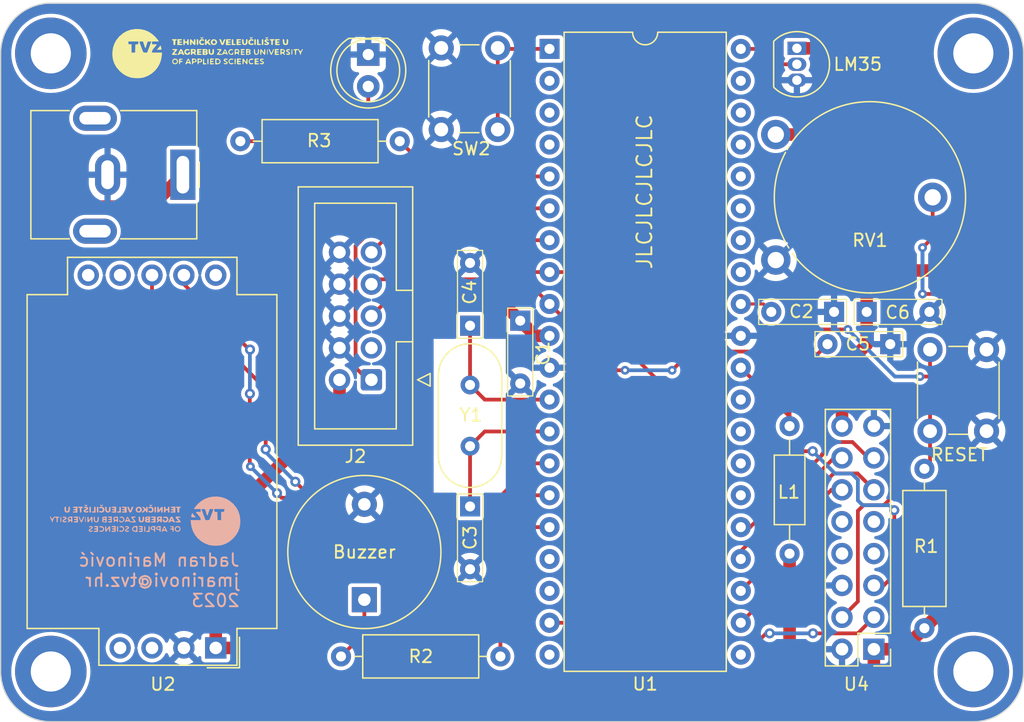
<source format=kicad_pcb>
(kicad_pcb (version 20221018) (generator pcbnew)
  (layers (0 "F.Cu" signal) (31 "B.Cu" power) (34 "B.Paste" user) (35 "F.Paste" user) (36 "B.SilkS" user "B.Silkscreen") (37 "F.SilkS" user "F.Silkscreen") (38 "B.Mask" user) (39 "F.Mask" user) (44 "Edge.Cuts" user))
  (net 0 "")
  (net 1 "Net-(BZ1--)")
  (net 2 "Earth")
  (net 3 "+5V")
  (net 4 "Net-(U1-AREF)")
  (net 5 "Net-(U1-XTAL1)")
  (net 6 "Net-(U1-XTAL2)")
  (net 7 "Net-(U1-AVCC)")
  (net 8 "Net-(D1-A)")
  (net 9 "/PB5")
  (net 11 "/RESET")
  (net 12 "/PB7")
  (net 13 "/PB6")
  (net 14 "Net-(U1-PD2)")
  (net 15 "Net-(U1-PB4)")
  (net 16 "Net-(U4-VO)")
  (net 17 "Net-(U1-PB0)")
  (net 19 "/PWM")
  (net 21 "/PD0 rx")
  (net 22 "/PD1 tx")
  (net 24 "/PD5")
  (net 27 "/PC0")
  (net 28 "/PC1")
  (net 29 "/PC2")
  (net 30 "/PC3")
  (net 42 "/PA0")
  (footprint "Library:CP_Radial_Tantal_D5.0mm_P5.00mmJM" (layer "F.Cu") (at 143.9 104.1 -90)
    (fp_text reference "C3" (at 2.49 0 -90) (layer "F.SilkS"))
    (fp_text value "100nF")
    (pad "1" thru_hole rect (at 0 0 270) (size 1.6 1.6) (drill 0.8) (layers "*.Cu" "*.Mask") (net 5 "Net-(U1-XTAL1)"))
    (pad "2" thru_hole circle (at 5 0 270) (size 1.6 1.6) (drill 0.8) (layers "*.Cu" "*.Mask") (net 2 "Earth"))
  )
  (footprint "LED_THT:LED_D5.0mm_Clear" (layer "F.Cu") (at 135.79 68.095 -90)
    (fp_text reference "D1" hide)
    (fp_text value "LED")
    (pad "1" thru_hole rect (at 0 0 270) (size 1.8 1.8) (drill 0.9) (layers "*.Cu" "*.Mask") (net 2 "Earth"))
    (pad "2" thru_hole circle (at 2.54 0 270) (size 1.8 1.8) (drill 0.9) (layers "*.Cu" "*.Mask") (net 8 "Net-(D1-A)"))
  )
  (footprint "Crystal:Crystal_HC49-4H_Vertical" (layer "F.Cu") (at 143.9 94.42 -90)
    (fp_text reference "Y1" (at 2.39 -0.07 -180) (layer "F.SilkS"))
    (fp_text value "8Mhz" hide)
    (pad "1" thru_hole circle (at 0 0 270) (size 1.5 1.5) (drill 0.8) (layers "*.Cu" "*.Mask") (net 6 "Net-(U1-XTAL2)"))
    (pad "2" thru_hole circle (at 4.88 0 270) (size 1.5 1.5) (drill 0.8) (layers "*.Cu" "*.Mask") (net 5 "Net-(U1-XTAL1)"))
  )
  (footprint "Sensor:Senseair_S8_Down" (layer "F.Cu") (at 123.64 115.3725 90)
    (fp_text reference "U2" (at -2.8875 -4.21 180) (layer "F.SilkS"))
    (fp_text value "004-0-0053")
    (pad "1" thru_hole rect (at 0 0 90) (size 1.7 1.7) (drill 1) (layers "*.Cu" "*.Mask") (net 3 "+5V"))
    (pad "2" thru_hole circle (at 0 -2.54 90) (size 1.7 1.7) (drill 1) (layers "*.Cu" "*.Mask") (net 2 "Earth"))
    (pad "3" thru_hole circle (at 0 -5.08 90) (size 1.7 1.7) (drill 1) (layers "*.Cu" "*.Mask"))
    (pad "4" thru_hole circle (at 0 -7.62 90) (size 1.7 1.7) (drill 1) (layers "*.Cu" "*.Mask") (net 19 "/PWM"))
    (pad "5" thru_hole circle (at 29.7 -10.16 90) (size 1.7 1.7) (drill 1) (layers "*.Cu" "*.Mask"))
    (pad "6" thru_hole circle (at 29.7 -7.62 90) (size 1.7 1.7) (drill 1) (layers "*.Cu" "*.Mask"))
    (pad "7" thru_hole circle (at 29.7 -5.08 90) (size 1.7 1.7) (drill 1) (layers "*.Cu" "*.Mask") (net 21 "/PD0 rx"))
    (pad "8" thru_hole circle (at 29.7 -2.54 90) (size 1.7 1.7) (drill 1) (layers "*.Cu" "*.Mask") (net 22 "/PD1 tx"))
    (pad "9" thru_hole circle (at 29.7 0 90) (size 1.7 1.7) (drill 1) (layers "*.Cu" "*.Mask"))
  )
  (footprint "Library:CP_Radial_Tantal_D5.0mm_P5.00mmJM" (layer "F.Cu") (at 175.5 88.6)
    (fp_text reference "C6" (at 2.47 0.04) (layer "F.SilkS"))
    (fp_text value "100nF")
    (pad "1" thru_hole rect (at 0 0) (size 1.6 1.6) (drill 0.8) (layers "*.Cu" "*.Mask") (net 3 "+5V"))
    (pad "2" thru_hole circle (at 5 0) (size 1.6 1.6) (drill 0.8) (layers "*.Cu" "*.Mask") (net 2 "Earth"))
  )
  (footprint "Package_TO_SOT_THT:TO-92_Inline" (layer "F.Cu") (at 169.94 67.6 -90)
    (fp_text reference "U3" hide)
    (fp_text value "LM35-LP")
    (fp_text user "LM35" (at 1.27 -4.85 180) (layer "F.SilkS"))
    (pad "1" thru_hole rect (at 0 0 270) (size 1.05 1.5) (drill 0.75) (layers "*.Cu" "*.Mask") (net 3 "+5V"))
    (pad "2" thru_hole oval (at 1.27 0 270) (size 1.05 1.5) (drill 0.75) (layers "*.Cu" "*.Mask") (net 42 "/PA0"))
    (pad "3" thru_hole oval (at 2.54 0 270) (size 1.05 1.5) (drill 0.75) (layers "*.Cu" "*.Mask") (net 2 "Earth"))
  )
  (footprint "Resistor_THT:R_Axial_DIN0309_L9.0mm_D3.2mm_P12.70mm_Horizontal" (layer "F.Cu") (at 180.1 113.8 90)
    (fp_text reference "R1" (at 6.52 0.14 180) (layer "F.SilkS"))
    (fp_text value "100k")
    (pad "1" thru_hole circle (at 0 0 90) (size 1.6 1.6) (drill 0.8) (layers "*.Cu" "*.Mask") (net 3 "+5V"))
    (pad "2" thru_hole oval (at 12.7 0 90) (size 1.6 1.6) (drill 0.8) (layers "*.Cu" "*.Mask") (net 11 "/RESET"))
  )
  (footprint "MountingHole:MountingHole_3.2mm_M3_ISO7380_Pad_TopBottom" (layer "F.Cu") (at 184 117.25)
    (fp_text reference "H3" hide)
    (fp_text value "MountingHole" hide)
    (pad "1" thru_hole circle (at 0 0) (size 3.6 3.6) (drill 3.2) (layers "*.Cu" "*.Mask"))
    (pad "1" connect circle (at 0 0) (size 5.7 5.7) (layers "F.Cu" "F.Mask"))
    (pad "1" connect circle (at 0 0) (size 5.7 5.7) (layers "B.Cu" "B.Mask"))
  )
  (footprint "MountingHole:MountingHole_3.2mm_M3_ISO7380_Pad_TopBottom" (layer "F.Cu") (at 110.5 68)
    (fp_text reference "H2" hide)
    (fp_text value "MountingHole" hide)
    (pad "1" thru_hole circle (at 0 0) (size 3.6 3.6) (drill 3.2) (layers "*.Cu" "*.Mask"))
    (pad "1" connect circle (at 0 0) (size 5.7 5.7) (layers "F.Cu" "F.Mask"))
    (pad "1" connect circle (at 0 0) (size 5.7 5.7) (layers "B.Cu" "B.Mask"))
  )
  (footprint "Buzzer_Beeper:Buzzer_12x9.5RM7.6" (layer "F.Cu") (at 135.48 111.53 90)
    (fp_text reference "BZ1" hide)
    (fp_text value "Buzzer")
    (fp_text user "Buzzer" (at 3.8 0) (layer "F.SilkS"))
    (pad "1" thru_hole rect (at 0 0 90) (size 2 2) (drill 1) (layers "*.Cu" "*.Mask") (net 1 "Net-(BZ1--)"))
    (pad "2" thru_hole circle (at 7.6 0 90) (size 2 2) (drill 1) (layers "*.Cu" "*.Mask") (net 2 "Earth"))
  )
  (footprint "Library:PinHeader_2x08_P2.54mm_Verticaljm" (layer "F.Cu") (at 176.075 115.475 180)
    (fp_text reference "U4" (at 1.395 -2.785) (layer "F.SilkS"))
    (fp_text value "LCD-016N002L")
    (pad "1" thru_hole oval (at 2.54 0 180) (size 1.7 1.7) (drill 1) (layers "*.Cu" "*.Mask") (net 2 "Earth"))
    (pad "2" thru_hole rect (at 0 0 180) (size 1.7 1.7) (drill 1) (layers "*.Cu" "*.Mask") (net 3 "+5V"))
    (pad "3" thru_hole oval (at 2.54 2.54 180) (size 1.7 1.7) (drill 1) (layers "*.Cu" "*.Mask") (net 16 "Net-(U4-VO)"))
    (pad "4" thru_hole oval (at 0 2.54 180) (size 1.7 1.7) (drill 1) (layers "*.Cu" "*.Mask") (net 24 "/PD5"))
    (pad "5" thru_hole oval (at 2.54 5.08 180) (size 1.7 1.7) (drill 1) (layers "*.Cu" "*.Mask") (net 2 "Earth"))
    (pad "6" thru_hole oval (at 0 5.08 180) (size 1.7 1.7) (drill 1) (layers "*.Cu" "*.Mask") (net 12 "/PB7"))
    (pad "7" thru_hole oval (at 2.54 7.62 180) (size 1.7 1.7) (drill 1) (layers "*.Cu" "*.Mask"))
    (pad "8" thru_hole oval (at 0 7.62 180) (size 1.7 1.7) (drill 1) (layers "*.Cu" "*.Mask"))
    (pad "9" thru_hole oval (at 2.54 10.16 180) (size 1.7 1.7) (drill 1) (layers "*.Cu" "*.Mask"))
    (pad "10" thru_hole oval (at 0 10.16 180) (size 1.7 1.7) (drill 1) (layers "*.Cu" "*.Mask"))
    (pad "11" thru_hole oval (at 2.54 12.7 180) (size 1.7 1.7) (drill 1) (layers "*.Cu" "*.Mask") (net 27 "/PC0"))
    (pad "12" thru_hole oval (at 0 12.7 180) (size 1.7 1.7) (drill 1) (layers "*.Cu" "*.Mask") (net 28 "/PC1"))
    (pad "13" thru_hole oval (at 2.54 15.24 180) (size 1.7 1.7) (drill 1) (layers "*.Cu" "*.Mask") (net 29 "/PC2"))
    (pad "14" thru_hole oval (at 0 15.24 180) (size 1.7 1.7) (drill 1) (layers "*.Cu" "*.Mask") (net 30 "/PC3"))
    (pad "15" thru_hole oval (at 2.54 17.78 180) (size 1.7 1.7) (drill 1) (layers "*.Cu" "*.Mask") (net 3 "+5V"))
    (pad "16" thru_hole oval (at 0 17.78 180) (size 1.7 1.7) (drill 1) (layers "*.Cu" "*.Mask") (net 2 "Earth"))
  )
  (footprint "Potentiometer_THT:Potentiometer_Piher_PT-15-V02_Vertical" (layer "F.Cu") (at 168.26 84.47)
    (fp_text reference "RV1" (at 7.5 -1.57) (layer "F.SilkS"))
    (fp_text value "10k")
    (pad "1" thru_hole circle (at 0 0) (size 2.34 2.34) (drill 1.3) (layers "*.Cu" "*.Mask") (net 2 "Earth"))
    (pad "2" thru_hole circle (at 12.5 -5) (size 2.34 2.34) (drill 1.3) (layers "*.Cu" "*.Mask") (net 16 "Net-(U4-VO)"))
    (pad "3" thru_hole circle (at 0 -10) (size 2.34 2.34) (drill 1.3) (layers "*.Cu" "*.Mask") (net 3 "+5V"))
  )
  (footprint "Library:CP_Radial_Tantal_D5.0mm_P5.00mmJM" (layer "F.Cu") (at 177.38 91.17 180)
    (fp_text reference "C5" (at 2.59 0.01 180) (layer "F.SilkS"))
    (fp_text value "100nF")
    (pad "1" thru_hole rect (at 0 0 180) (size 1.6 1.6) (drill 0.8) (layers "*.Cu" "*.Mask") (net 2 "Earth"))
    (pad "2" thru_hole circle (at 5 0 180) (size 1.6 1.6) (drill 0.8) (layers "*.Cu" "*.Mask") (net 7 "Net-(U1-AVCC)"))
  )
  (footprint "Library:tvz logo" (layer "F.Cu") (at 123 68)
    (fp_text reference "G***" hide)
    (fp_text value "LOGO" hide)
  )
  (footprint "MountingHole:MountingHole_3.2mm_M3_ISO7380_Pad_TopBottom" (layer "F.Cu") (at 184 68)
    (fp_text reference "H1" hide)
    (fp_text value "MountingHole" hide)
    (pad "1" thru_hole circle (at 0 0) (size 3.6 3.6) (drill 3.2) (layers "*.Cu" "*.Mask"))
    (pad "1" connect circle (at 0 0) (size 5.7 5.7) (layers "F.Cu" "F.Mask"))
    (pad "1" connect circle (at 0 0) (size 5.7 5.7) (layers "B.Cu" "B.Mask"))
  )
  (footprint "MountingHole:MountingHole_3.2mm_M3_ISO7380_Pad_TopBottom" (layer "F.Cu") (at 110.5 117.25)
    (fp_text reference "H4" hide)
    (fp_text value "MountingHole" hide)
    (pad "1" thru_hole circle (at 0 0) (size 3.6 3.6) (drill 3.2) (layers "*.Cu" "*.Mask"))
    (pad "1" connect circle (at 0 0) (size 5.7 5.7) (layers "F.Cu" "F.Mask"))
    (pad "1" connect circle (at 0 0) (size 5.7 5.7) (layers "B.Cu" "B.Mask"))
  )
  (footprint "Library:CP_Radial_Tantal_D5.0mm_P5.00mmJM" (layer "F.Cu") (at 147.9 89.3 -90)
    (fp_text reference "C1" (at 2.6 -1.8 -90) (layer "F.SilkS"))
    (fp_text value "100nF")
    (pad "1" thru_hole rect (at 0 0 270) (size 1.6 1.6) (drill 0.8) (layers "*.Cu" "*.Mask") (net 3 "+5V"))
    (pad "2" thru_hole circle (at 5 0 270) (size 1.6 1.6) (drill 0.8) (layers "*.Cu" "*.Mask") (net 2 "Earth"))
  )
  (footprint "Library:BarrelJack_CUI_PJ-063AH_HorizontalJM" (layer "F.Cu") (at 121.02 77.67 -90)
    (fp_text reference "J3" hide)
    (fp_text value "Barrel_Jack")
    (pad "1" thru_hole rect (at 0 0 270) (size 4 2) (drill oval 3 1) (layers "*.Cu" "*.Mask") (net 3 "+5V"))
    (pad "2" thru_hole oval (at 0 6 270) (size 3.3 2) (drill oval 2.3 1) (layers "*.Cu" "*.Mask") (net 2 "Earth"))
    (pad "MP" thru_hole oval (at -4.5 7 270) (size 2 3.5) (drill oval 1 2.5) (layers "*.Cu" "*.Mask"))
    (pad "MP" thru_hole oval (at 4.5 7 270) (size 2 3.5) (drill oval 1 2.5) (layers "*.Cu" "*.Mask"))
  )
  (footprint "Library:CP_Radial_Tantal_D5.0mm_P5.00mmJM" (layer "F.Cu") (at 143.9 89.7 90)
    (fp_text reference "C4" (at 2.66 -0.03 90) (layer "F.SilkS"))
    (fp_text value "100nF")
    (pad "1" thru_hole rect (at 0 0 90) (size 1.6 1.6) (drill 0.8) (layers "*.Cu" "*.Mask") (net 6 "Net-(U1-XTAL2)"))
    (pad "2" thru_hole circle (at 5 0 90) (size 1.6 1.6) (drill 0.8) (layers "*.Cu" "*.Mask") (net 2 "Earth"))
  )
  (footprint "Resistor_THT:R_Axial_DIN0309_L9.0mm_D3.2mm_P12.70mm_Horizontal" (layer "F.Cu") (at 125.6 75)
    (fp_text reference "R3" (at 6.28 -0.04 180) (layer "F.SilkS"))
    (fp_text value "330")
    (pad "1" thru_hole circle (at 0 0) (size 1.6 1.6) (drill 0.8) (layers "*.Cu" "*.Mask") (net 8 "Net-(D1-A)"))
    (pad "2" thru_hole oval (at 12.7 0) (size 1.6 1.6) (drill 0.8) (layers "*.Cu" "*.Mask") (net 15 "Net-(U1-PB4)"))
  )
  (footprint "Button_Switch_THT:SW_PUSH_6mm_H7.3mm" (layer "F.Cu") (at 185.05 91.6 -90)
    (fp_text reference "SW1" hide)
    (fp_text value "SW_Push_Dual" hide)
    (fp_text user "RESET" (at 8.38 2.16 unlocked) (layer "F.SilkS"))
    (pad "1" thru_hole circle (at 0 0) (size 2 2) (drill 1.1) (layers "*.Cu" "*.Mask") (net 2 "Earth"))
    (pad "1" thru_hole circle (at 6.5 0) (size 2 2) (drill 1.1) (layers "*.Cu" "*.Mask") (net 2 "Earth"))
    (pad "2" thru_hole circle (at 0 4.5) (size 2 2) (drill 1.1) (layers "*.Cu" "*.Mask") (net 11 "/RESET"))
    (pad "2" thru_hole circle (at 6.5 4.5) (size 2 2) (drill 1.1) (layers "*.Cu" "*.Mask") (net 11 "/RESET"))
  )
  (footprint "Library:CP_Radial_Tantal_D5.0mm_P5.00mmJM" (layer "F.Cu") (at 172.9 88.6 180)
    (fp_text reference "C2" (at 2.6 0.03 180) (layer "F.SilkS"))
    (fp_text value "100nF")
    (pad "1" thru_hole rect (at 0 0 180) (size 1.6 1.6) (drill 0.8) (layers "*.Cu" "*.Mask") (net 2 "Earth"))
    (pad "2" thru_hole circle (at 5 0 180) (size 1.6 1.6) (drill 0.8) (layers "*.Cu" "*.Mask") (net 4 "Net-(U1-AREF)"))
  )
  (footprint "Inductor_THT:L_Axial_L5.3mm_D2.2mm_P10.16mm_Horizontal_Vishay_IM-1" (layer "F.Cu") (at 169.3575 107.86 90)
    (fp_text reference "L1" (at 4.9025 -0.0575 180) (layer "F.SilkS"))
    (fp_text value "100uH")
    (pad "1" thru_hole circle (at 0 0 90) (size 1.6 1.6) (drill 0.8) (layers "*.Cu" "*.Mask") (net 3 "+5V"))
    (pad "2" thru_hole oval (at 10.16 0 90) (size 1.6 1.6) (drill 0.8) (layers "*.Cu" "*.Mask") (net 7 "Net-(U1-AVCC)"))
  )
  (footprint "Package_DIP:DIP-40_W15.24mm" (layer "F.Cu") (at 150.2325 67.6475)
    (fp_text reference "U1" (at 7.62 50.6025) (layer "F.SilkS"))
    (fp_text value "ATmega16A-P")
    (pad "1" thru_hole rect (at 0 0) (size 1.6 1.6) (drill 0.8) (layers "*.Cu" "*.Mask") (net 17 "Net-(U1-PB0)"))
    (pad "2" thru_hole oval (at 0 2.54) (size 1.6 1.6) (drill 0.8) (layers "*.Cu" "*.Mask"))
    (pad "3" thru_hole oval (at 0 5.08) (size 1.6 1.6) (drill 0.8) (layers "*.Cu" "*.Mask") (net 19 "/PWM"))
    (pad "4" thru_hole oval (at 0 7.62) (size 1.6 1.6) (drill 0.8) (layers "*.Cu" "*.Mask"))
    (pad "5" thru_hole oval (at 0 10.16) (size 1.6 1.6) (drill 0.8) (layers "*.Cu" "*.Mask") (net 15 "Net-(U1-PB4)"))
    (pad "6" thru_hole oval (at 0 12.7) (size 1.6 1.6) (drill 0.8) (layers "*.Cu" "*.Mask") (net 9 "/PB5"))
    (pad "7" thru_hole oval (at 0 15.24) (size 1.6 1.6) (drill 0.8) (layers "*.Cu" "*.Mask") (net 13 "/PB6"))
    (pad "8" thru_hole oval (at 0 17.78) (size 1.6 1.6) (drill 0.8) (layers "*.Cu" "*.Mask") (net 12 "/PB7"))
    (pad "9" thru_hole oval (at 0 20.32) (size 1.6 1.6) (drill 0.8) (layers "*.Cu" "*.Mask") (net 11 "/RESET"))
    (pad "10" thru_hole oval (at 0 22.86) (size 1.6 1.6) (drill 0.8) (layers "*.Cu" "*.Mask") (net 3 "+5V"))
    (pad "11" thru_hole oval (at 0 25.4) (size 1.6 1.6) (drill 0.8) (layers "*.Cu" "*.Mask") (net 2 "Earth"))
    (pad "12" thru_hole oval (at 0 27.94) (size 1.6 1.6) (drill 0.8) (layers "*.Cu" "*.Mask") (net 6 "Net-(U1-XTAL2)"))
    (pad "13" thru_hole oval (at 0 30.48) (size 1.6 1.6) (drill 0.8) (layers "*.Cu" "*.Mask") (net 5 "Net-(U1-XTAL1)"))
    (pad "14" thru_hole oval (at 0 33.02) (size 1.6 1.6) (drill 0.8) (layers "*.Cu" "*.Mask") (net 21 "/PD0 rx"))
    (pad "15" thru_hole oval (at 0 35.56) (size 1.6 1.6) (drill 0.8) (layers "*.Cu" "*.Mask") (net 22 "/PD1 tx"))
    (pad "16" thru_hole oval (at 0 38.1) (size 1.6 1.6) (drill 0.8) (layers "*.Cu" "*.Mask") (net 14 "Net-(U1-PD2)"))
    (pad "17" thru_hole oval (at 0 40.64) (size 1.6 1.6) (drill 0.8) (layers "*.Cu" "*.Mask") (net 19 "/PWM"))
    (pad "18" thru_hole oval (at 0 43.18) (size 1.6 1.6) (drill 0.8) (layers "*.Cu" "*.Mask"))
    (pad "19" thru_hole oval (at 0 45.72) (size 1.6 1.6) (drill 0.8) (layers "*.Cu" "*.Mask") (net 24 "/PD5"))
    (pad "20" thru_hole oval (at 0 48.26) (size 1.6 1.6) (drill 0.8) (layers "*.Cu" "*.Mask"))
    (pad "21" thru_hole oval (at 15.24 48.26) (size 1.6 1.6) (drill 0.8) (layers "*.Cu" "*.Mask"))
    (pad "22" thru_hole oval (at 15.24 45.72) (size 1.6 1.6) (drill 0.8) (layers "*.Cu" "*.Mask") (net 27 "/PC0"))
    (pad "23" thru_hole oval (at 15.24 43.18) (size 1.6 1.6) (drill 0.8) (layers "*.Cu" "*.Mask") (net 28 "/PC1"))
    (pad "24" thru_hole oval (at 15.24 40.64) (size 1.6 1.6) (drill 0.8) (layers "*.Cu" "*.Mask") (net 29 "/PC2"))
    (pad "25" thru_hole oval (at 15.24 38.1) (size 1.6 1.6) (drill 0.8) (layers "*.Cu" "*.Mask") (net 30 "/PC3"))
    (pad "26" thru_hole oval (at 15.24 35.56) (size 1.6 1.6) (drill 0.8) (layers "*.Cu" "*.Mask"))
    (pad "27" thru_hole oval (at 15.24 33.02) (size 1.6 1.6) (drill 0.8) (layers "*.Cu" "*.Mask"))
    (pad "28" thru_hole oval (at 15.24 30.48) (size 1.6 1.6) (drill 0.8) (layers "*.Cu" "*.Mask"))
    (pad "29" thru_hole oval (at 15.24 27.94) (size 1.6 1.6) (drill 0.8) (layers "*.Cu" "*.Mask"))
    (pad "30" thru_hole oval (at 15.24 25.4) (size 1.6 1.6) (drill 0.8) (layers "*.Cu" "*.Mask") (net 7 "Net-(U1-AVCC)"))
    (pad "31" thru_hole oval (at 15.24 22.86) (size 1.6 1.6) (drill 0.8) (layers "*.Cu" "*.Mask") (net 2 "Earth"))
    (pad "32" thru_hole oval (at 15.24 20.32) (size 1.6 1.6) (drill 0.8) (layers "*.Cu" "*.Mask") (net 4 "Net-(U1-AREF)"))
    (pad "33" thru_hole oval (at 15.24 17.78) (size 1.6 1.6) (drill 0.8) (layers "*.Cu" "*.Mask"))
    (pad "34" thru_hole oval (at 15.24 15.24) (size 1.6 1.6) (drill 0.8) (layers "*.Cu" "*.Mask"))
    (pad "35" thru_hole oval (at 15.24 12.7) (size 1.6 1.6) (drill 0.8) (layers "*.Cu" "*.Mask"))
    (pad "36" thru_hole oval (at 15.24 10.16) (size 1.6 1.6) (drill 0.8) (layers "*.Cu" "*.Mask"))
    (pad "37" thru_hole oval (at 15.24 7.62) (size 1.6 1.6) (drill 0.8) (layers "*.Cu" "*.Mask"))
    (pad "38" thru_hole oval (at 15.24 5.08) (size 1.6 1.6) (drill 0.8) (layers "*.Cu" "*.Mask"))
    (pad "39" thru_hole oval (at 15.24 2.54) (size 1.6 1.6) (drill 0.8) (layers "*.Cu" "*.Mask"))
    (pad "40" thru_hole oval (at 15.24 0) (size 1.6 1.6) (drill 0.8) (layers "*.Cu" "*.Mask") (net 42 "/PA0"))
  )
  (footprint "Connector_IDC:IDC-Header_2x05_P2.54mm_Vertical" (layer "F.Cu") (at 136.04 94.01 180)
    (fp_text reference "J2" (at 1.27 -6.1) (layer "F.SilkS"))
    (fp_text value "AVR-ISP-10" hide)
    (pad "1" thru_hole roundrect (at 0 0 180) (size 1.7 1.7) (drill 1) (layers "*.Cu" "*.Mask") (roundrect_rratio 0.147059) (net 9 "/PB5"))
    (pad "2" thru_hole circle (at 2.54 0 180) (size 1.7 1.7) (drill 1) (layers "*.Cu" "*.Mask") (net 3 "+5V"))
    (pad "3" thru_hole circle (at 0 2.54 180) (size 1.7 1.7) (drill 1) (layers "*.Cu" "*.Mask"))
    (pad "4" thru_hole circle (at 2.54 2.54 180) (size 1.7 1.7) (drill 1) (layers "*.Cu" "*.Mask") (net 2 "Earth"))
    (pad "5" thru_hole circle (at 0 5.08 180) (size 1.7 1.7) (drill 1) (layers "*.Cu" "*.Mask") (net 11 "/RESET"))
    (pad "6" thru_hole circle (at 2.54 5.08 180) (size 1.7 1.7) (drill 1) (layers "*.Cu" "*.Mask") (net 2 "Earth"))
    (pad "7" thru_hole circle (at 0 7.62 180) (size 1.7 1.7) (drill 1) (layers "*.Cu" "*.Mask") (net 12 "/PB7"))
    (pad "8" thru_hole circle (at 2.54 7.62 180) (size 1.7 1.7) (drill 1) (layers "*.Cu" "*.Mask") (net 2 "Earth"))
    (pad "9" thru_hole circle (at 0 10.16 180) (size 1.7 1.7) (drill 1) (layers "*.Cu" "*.Mask") (net 13 "/PB6"))
    (pad "10" thru_hole circle (at 2.54 10.16 180) (size 1.7 1.7) (drill 1) (layers "*.Cu" "*.Mask") (net 2 "Earth"))
  )
  (footprint "Resistor_THT:R_Axial_DIN0309_L9.0mm_D3.2mm_P12.70mm_Horizontal" (layer "F.Cu") (at 133.62 116.05)
    (fp_text reference "R2" (at 6.36 0 180) (layer "F.SilkS"))
    (fp_text value "330")
    (pad "1" thru_hole circle (at 0 0) (size 1.6 1.6) (drill 0.8) (layers "*.Cu" "*.Mask") (net 1 "Net-(BZ1--)"))
    (pad "2" thru_hole oval (at 12.7 0) (size 1.6 1.6) (drill 0.8) (layers "*.Cu" "*.Mask") (net 14 "Net-(U1-PD2)"))
  )
  (footprint "Button_Switch_THT:SW_PUSH_6mm_H7.3mm" (layer "F.Cu") (at 146.1075 67.57 -90)
    (fp_text reference "SW2" (at 8.03 2.1075 180) (layer "F.SilkS"))
    (fp_text value "SW_Push_Dual")
    (pad "1" thru_hole circle (at 0 0) (size 2 2) (drill 1.1) (layers "*.Cu" "*.Mask") (net 17 "Net-(U1-PB0)"))
    (pad "1" thru_hole circle (at 6.5 0) (size 2 2) (drill 1.1) (layers "*.Cu" "*.Mask") (net 17 "Net-(U1-PB0)"))
    (pad "2" thru_hole circle (at 0 4.5) (size 2 2) (drill 1.1) (layers "*.Cu" "*.Mask") (net 2 "Earth"))
    (pad "2" thru_hole circle (at 6.5 4.5) (size 2 2) (drill 1.1) (layers "*.Cu" "*.Mask") (net 2 "Earth"))
  )
  (footprint "Library:tvz logo" (layer "B.Cu") (at 118 105.25 180)
    (fp_text reference "G***" hide)
    (fp_text value "LOGO" hide)
  )
  (gr_line (start 106.5 117.25) (end 106.5 68) (stroke (width 0.1)) (layer "Edge.Cuts"))
  (gr_arc (start 184 64) (mid 186.828427 65.171573) (end 188 68) (stroke (width 0.1)) (layer "Edge.Cuts"))
  (gr_arc (start 188 117.25) (mid 186.828427 120.078427) (end 184 121.25) (stroke (width 0.1)) (layer "Edge.Cuts"))
  (gr_arc (start 106.5 68) (mid 107.671573 65.171573) (end 110.5 64) (stroke (width 0.1)) (layer "Edge.Cuts"))
  (gr_arc (start 110.5 121.25) (mid 107.671573 120.078427) (end 106.5 117.25) (stroke (width 0.1)) (layer "Edge.Cuts"))
  (gr_line (start 110.5 64) (end 184 64) (stroke (width 0.1)) (layer "Edge.Cuts"))
  (gr_line (start 184 121.25) (end 110.5 121.25) (stroke (width 0.1)) (layer "Edge.Cuts"))
  (gr_line (start 188 117.25) (end 188 68) (stroke (width 0.1)) (layer "Edge.Cuts"))
  (gr_text "Jadran Marinovíć\njmarinovi@tvz.hr\n2023" (at 125.62 112.18) (layer "B.SilkS") (effects (font (size 1 1)) (justify left bottom mirror)))
  (gr_text "JLCJLCJLCJLC" (at 158.5 85.3 90) (layer "F.SilkS") (effects (font (size 1.2 1.2)) (justify left bottom)))
  (segment (start 135.48 111.53) (end 135.48 114.19) (width 0.3) (layer "F.Cu") (net 1))
  (segment (start 135.48 114.19) (end 133.62 116.05) (width 0.3) (layer "F.Cu") (net 1))
  (segment (start 175.41 74.47) (end 175.5 74.38) (width 1) (layer "F.Cu") (net 3))
  (segment (start 146.35 87.75) (end 147.9 89.3) (width 1) (layer "F.Cu") (net 3))
  (segment (start 175.5 85.3) (end 175.5 88.6) (width 1) (layer "F.Cu") (net 3))
  (segment (start 112.29 80.21) (end 110.85 81.65) (width 1) (layer "F.Cu") (net 3))
  (segment (start 178.425 115.475) (end 180.1 113.8) (width 1) (layer "F.Cu") (net 3))
  (segment (start 139 97.54) (end 139 90) (width 1) (layer "F.Cu") (net 3))
  (segment (start 150.2325 90.5075) (end 149.1075 90.5075) (width 1) (layer "F.Cu") (net 3))
  (segment (start 175.5 69.4) (end 175.5 74.38) (width 1) (layer "F.Cu") (net 3))
  (segment (start 133.5 96.04) (end 132 97.54) (width 1) (layer "F.Cu") (net 3))
  (segment (start 132 97.54) (end 139 97.54) (width 1) (layer "F.Cu") (net 3))
  (segment (start 110.85 81.65) (end 110.85 93.11) (width 1) (layer "F.Cu") (net 3))
  (segment (start 130.48 99.06) (end 132 97.54) (width 1) (layer "F.Cu") (net 3))
  (segment (start 176.075 115.475) (end 178.425 115.475) (width 1) (layer "F.Cu") (net 3))
  (segment (start 175.5 88.6) (end 175.5 91.2) (width 1) (layer "F.Cu") (net 3))
  (segment (start 118.48 80.21) (end 112.29 80.21) (width 1) (layer "F.Cu") (net 3))
  (segment (start 176.075 117.825) (end 176.075 115.475) (width 1) (layer "F.Cu") (net 3))
  (segment (start 181.72 85.3) (end 183.07 86.65) (width 1) (layer "F.Cu") (net 3))
  (segment (start 183.07 86.65) (end 183.07 110.83) (width 1) (layer "F.Cu") (net 3))
  (segment (start 173.7 67.6) (end 175.5 69.4) (width 1) (layer "F.Cu") (net 3))
  (segment (start 173.535 93.165) (end 173.535 97.695) (width 1) (layer "F.Cu") (net 3))
  (segment (start 169.4 118) (end 175.9 118) (width 1) (layer "F.Cu") (net 3))
  (segment (start 175.9 118) (end 176.075 117.825) (width 1) (layer "F.Cu") (net 3))
  (segment (start 130.7 118) (end 128.0725 115.3725) (width 1) (layer "F.Cu") (net 3))
  (segment (start 175.5 85.3) (end 181.72 85.3) (width 1) (layer "F.Cu") (net 3))
  (segment (start 123.64 115.3725) (end 123.64 105.9) (width 1) (layer "F.Cu") (net 3))
  (segment (start 121.02 77.67) (end 118.48 80.21) (width 1) (layer "F.Cu") (net 3))
  (segment (start 169.3575 107.86) (end 169.3575 117.9575) (width 1) (layer "F.Cu") (net 3))
  (segment (start 128.0725 115.3725) (end 123.64 115.3725) (width 1) (layer "F.Cu") (net 3))
  (segment (start 123.64 105.9) (end 130.48 99.06) (width 1) (layer "F.Cu") (net 3))
  (segment (start 149.1075 90.5075) (end 147.9 89.3) (width 1) (layer "F.Cu") (net 3))
  (segment (start 168.26 74.47) (end 175.41 74.47) (width 1) (layer "F.Cu") (net 3))
  (segment (start 139 90) (end 141.25 87.75) (width 1) (layer "F.Cu") (net 3))
  (segment (start 183.07 110.83) (end 182.89 111.01) (width 1) (layer "F.Cu") (net 3))
  (segment (start 169.94 67.6) (end 173.7 67.6) (width 1) (layer "F.Cu") (net 3))
  (segment (start 175.5 74.38) (end 175.5 85.3) (width 1) (layer "F.Cu") (net 3))
  (segment (start 169.4 118) (end 130.7 118) (width 1) (layer "F.Cu") (net 3))
  (segment (start 173.7 67.6) (end 175.4 69.3) (width 1) (layer "F.Cu") (net 3))
  (segment (start 169.3575 117.9575) (end 169.4 118) (width 1) (layer "F.Cu") (net 3))
  (segment (start 175.5 91.2) (end 173.535 93.165) (width 1) (layer "F.Cu") (net 3))
  (segment (start 110.85 93.11) (end 123.64 105.9) (width 1) (layer "F.Cu") (net 3))
  (segment (start 141.25 87.75) (end 146.35 87.75) (width 1) (layer "F.Cu") (net 3))
  (segment (start 180.1 113.8) (end 182.89 111.01) (width 1) (layer "F.Cu") (net 3))
  (segment (start 133.5 94.01) (end 133.5 96.04) (width 1) (layer "F.Cu") (net 3))
  (segment (start 147.9 89.62) (end 147.9 89.3) (width 1) (layer "F.Cu") (net 3))
  (segment (start 167.2675 87.9675) (end 167.9 88.6) (width 0.25) (layer "F.Cu") (net 4))
  (segment (start 165.4725 87.9675) (end 167.2675 87.9675) (width 0.25) (layer "F.Cu") (net 4))
  (segment (start 145.0725 98.1275) (end 143.9 99.3) (width 0.3) (layer "F.Cu") (net 5))
  (segment (start 150.2325 98.1275) (end 145.0725 98.1275) (width 0.3) (layer "F.Cu") (net 5))
  (segment (start 143.9 99.3) (end 143.9 104.1) (width 0.3) (layer "F.Cu") (net 5))
  (segment (start 150.2325 95.5875) (end 145.0675 95.5875) (width 0.3) (layer "F.Cu") (net 6))
  (segment (start 143.91 89.69) (end 143.9 89.7) (width 0.3) (layer "F.Cu") (net 6))
  (segment (start 143.9 89.7) (end 143.9 94.42) (width 0.3) (layer "F.Cu") (net 6))
  (segment (start 145.0675 95.5875) (end 143.9 94.42) (width 0.3) (layer "F.Cu") (net 6))
  (segment (start 169.3575 97.7) (end 169.3575 94.1925) (width 0.3) (layer "F.Cu") (net 7))
  (segment (start 169.3575 94.1925) (end 172.38 91.17) (width 0.3) (layer "F.Cu") (net 7))
  (segment (start 165.4725 93.0475) (end 169.3575 96.9325) (width 0.3) (layer "F.Cu") (net 7))
  (segment (start 169.3575 96.9325) (end 169.3575 97.7) (width 0.3) (layer "F.Cu") (net 7))
  (segment (start 135.79 72.27) (end 135.79 70.635) (width 0.3) (layer "F.Cu") (net 8))
  (segment (start 125.6 75) (end 133.06 75) (width 0.3) (layer "F.Cu") (net 8))
  (segment (start 133.06 75) (end 135.79 72.27) (width 0.3) (layer "F.Cu") (net 8))
  (segment (start 136.04 94.01) (end 135.75 94.01) (width 0.3) (layer "F.Cu") (net 9))
  (segment (start 137.7825 80.3475) (end 150.2325 80.3475) (width 0.3) (layer "F.Cu") (net 9))
  (segment (start 134.78 83.35) (end 137.7825 80.3475) (width 0.3) (layer "F.Cu") (net 9))
  (segment (start 134.78 93.04) (end 134.78 83.35) (width 0.3) (layer "F.Cu") (net 9))
  (segment (start 135.75 94.01) (end 134.78 93.04) (width 0.3) (layer "F.Cu") (net 9))
  (segment (start 155.515 93.25) (end 156.25 93.25) (width 0.3) (layer "F.Cu") (net 11))
  (segment (start 180.55 91.6) (end 180.55 93.75) (width 0.3) (layer "F.Cu") (net 11))
  (segment (start 170 90) (end 174 90) (width 0.3) (layer "F.Cu") (net 11))
  (segment (start 180.55 93.75) (end 180.55 98.1) (width 0.3) (layer "F.Cu") (net 11))
  (segment (start 161.49 91.76) (end 168.24 91.76) (width 0.3) (layer "F.Cu") (net 11))
  (segment (start 180.55 93.75) (end 179.75 93.75) (width 0.3) (layer "F.Cu") (net 11))
  (segment (start 136.04 88.93) (end 138.22 86.75) (width 0.3) (layer "F.Cu") (net 11))
  (segment (start 180.55 100.65) (end 180.1 101.1) (width 0.3) (layer "F.Cu") (net 11))
  (segment (start 160 93.25) (end 161.49 91.76) (width 0.3) (layer "F.Cu") (net 11))
  (segment (start 138.22 86.75) (end 149.015 86.75) (width 0.3) (layer "F.Cu") (net 11))
  (segment (start 149.015 86.75) (end 150.2325 87.9675) (width 0.3) (layer "F.Cu") (net 11))
  (segment (start 168.24 91.76) (end 170 90) (width 0.3) (layer "F.Cu") (net 11))
  (segment (start 180.55 98.1) (end 180.55 100.65) (width 0.3) (layer "F.Cu") (net 11))
  (segment (start 150.2325 87.9675) (end 155.515 93.25) (width 0.3) (layer "F.Cu") (net 11))
  (via (at 179.75 93.75) (size 0.7) (drill 0.3) (layers "F.Cu" "B.Cu") (net 11))
  (via (at 174 90) (size 0.7) (drill 0.3) (layers "F.Cu" "B.Cu") (net 11))
  (via (at 160 93.25) (size 0.7) (drill 0.3) (layers "F.Cu" "B.Cu") (net 11))
  (via (at 156.25 93.25) (size 0.7) (drill 0.3) (layers "F.Cu" "B.Cu") (net 11))
  (segment (start 179.75 93.75) (end 177.75 93.75) (width 0.3) (layer "B.Cu") (net 11))
  (segment (start 177.75 93.75) (end 174 90) (width 0.3) (layer "B.Cu") (net 11))
  (segment (start 156.25 93.25) (end 160 93.25) (width 0.3) (layer "B.Cu") (net 11))
  (segment (start 146.9 86) (end 147.4725 85.4275) (width 0.3) (layer "F.Cu") (net 12))
  (segment (start 153.5525 88.7475) (end 153.5525 87.5025) (width 0.3) (layer "F.Cu") (net 12))
  (segment (start 136.04 86.39) (end 136.43 86) (width 0.3) (layer "F.Cu") (net 12))
  (segment (start 161.645 96.84) (end 153.5525 88.7475) (width 0.3) (layer "F.Cu") (net 12))
  (segment (start 153.5525 87.5025) (end 151.4775 85.4275) (width 0.3) (layer "F.Cu") (net 12))
  (segment (start 147.4725 85.4275) (end 150.2325 85.4275) (width 0.3) (layer "F.Cu") (net 12))
  (segment (start 151.4775 85.4275) (end 150.2325 85.4275) (width 0.3) (layer "F.Cu") (net 12))
  (segment (start 166.64 96.84) (end 161.645 96.84) (width 0.3) (layer "F.Cu") (net 12))
  (segment (start 169.5 99.7) (end 166.64 96.84) (width 0.3) (layer "F.Cu") (net 12))
  (segment (start 176.855 110.395) (end 177.7 109.55) (width 0.3) (layer "F.Cu") (net 12))
  (segment (start 176.075 110.395) (end 176.855 110.395) (width 0.3) (layer "F.Cu") (net 12))
  (segment (start 171.2 99.7) (end 169.5 99.7) (width 0.3) (layer "F.Cu") (net 12))
  (segment (start 136.43 86) (end 146.9 86) (width 0.3) (layer "F.Cu") (net 12))
  (segment (start 177.7 109.55) (end 177.7 104.4) (width 0.3) (layer "F.Cu") (net 12))
  (via (at 177.7 104.4) (size 0.8) (drill 0.4) (layers "F.Cu" "B.Cu") (net 12))
  (via (at 171.2 99.7) (size 0.8) (drill 0.4) (layers "F.Cu" "B.Cu") (net 12))
  (segment (start 174.8 103.62) (end 174.8 101.97) (width 0.3) (layer "B.Cu") (net 12))
  (segment (start 174.8 101.97) (end 174.31 101.48) (width 0.3) (layer "B.Cu") (net 12))
  (segment (start 177.3 104) (end 175.18 104) (width 0.3) (layer "B.Cu") (net 12))
  (segment (start 177.7 104.4) (end 177.3 104) (width 0.3) (layer "B.Cu") (net 12))
  (segment (start 175.18 104) (end 174.8 103.62) (width 0.3) (layer "B.Cu") (net 12))
  (segment (start 174.31 101.48) (end 172.98 101.48) (width 0.3) (layer "B.Cu") (net 12))
  (segment (start 172.98 101.48) (end 171.2 99.7) (width 0.3) (layer "B.Cu") (net 12))
  (segment (start 150.2325 82.8875) (end 137.0025 82.8875) (width 0.3) (layer "F.Cu") (net 13))
  (segment (start 137.0025 82.8875) (end 136.04 83.85) (width 0.3) (layer "F.Cu") (net 13))
  (segment (start 148.7725 105.7475) (end 150.2325 105.7475) (width 0.3) (layer "F.Cu") (net 14))
  (segment (start 146.32 116.05) (end 146.32 108.2) (width 0.3) (layer "F.Cu") (net 14))
  (segment (start 146.32 108.2) (end 148.7725 105.7475) (width 0.3) (layer "F.Cu") (net 14))
  (segment (start 150.2325 77.8075) (end 141.1075 77.8075) (width 0.3) (layer "F.Cu") (net 15))
  (segment (start 141.1075 77.8075) (end 138.3 75) (width 0.3) (layer "F.Cu") (net 15))
  (segment (start 176.87 104) (end 177.47 103.4) (width 0.3) (layer "F.Cu") (net 16))
  (segment (start 175.25 104) (end 176.87 104) (width 0.3) (layer "F.Cu") (net 16))
  (segment (start 177.47 103.4) (end 180.97 103.4) (width 0.3) (layer "F.Cu") (net 16))
  (segment (start 181.75 100.28) (end 181.99 100.04) (width 0.3) (layer "F.Cu") (net 16))
  (segment (start 174.8 111.67) (end 174.8 104.45) (width 0.3) (layer "F.Cu") (net 16))
  (segment (start 179.95 83.48) (end 180.76 82.67) (width 0.3) (layer "F.Cu") (net 16))
  (segment (start 181.75 102.62) (end 181.75 100.28) (width 0.3) (layer "F.Cu") (net 16))
  (segment (start 181.07 87.17) (end 179.95 87.17) (width 0.3) (layer "F.Cu") (net 16))
  (segment (start 180.76 82.67) (end 180.76 79.47) (width 0.3) (layer "F.Cu") (net 16))
  (segment (start 173.535 112.935) (end 174.8 111.67) (width 0.3) (layer "F.Cu") (net 16))
  (segment (start 181.99 100.04) (end 181.99 88.09) (width 0.3) (layer "F.Cu") (net 16))
  (segment (start 181.99 88.09) (end 181.07 87.17) (width 0.3) (layer "F.Cu") (net 16))
  (segment (start 174.8 104.45) (end 175.25 104) (width 0.3) (layer "F.Cu") (net 16))
  (segment (start 180.97 103.4) (end 181.75 102.62) (width 0.3) (layer "F.Cu") (net 16))
  (via (at 179.95 83.48) (size 0.7) (drill 0.3) (layers "F.Cu" "B.Cu") (net 16))
  (via (at 179.95 87.17) (size 0.7) (drill 0.3) (layers "F.Cu" "B.Cu") (net 16))
  (segment (start 179.95 87.17) (end 179.95 86.55) (width 0.25) (layer "B.Cu") (net 16))
  (segment (start 179.95 83.48) (end 179.95 86.55) (width 0.3) (layer "B.Cu") (net 16))
  (segment (start 179.95 87.17) (end 179.95 83.48) (width 0.3) (layer "B.Cu") (net 16))
  (segment (start 179.97 87.19) (end 179.95 87.17) (width 0.3) (layer "B.Cu") (net 16))
  (segment (start 150.2325 67.6475) (end 146.185 67.6475) (width 0.3) (layer "F.Cu") (net 17))
  (segment (start 146.1075 67.57) (end 146.1075 74.07) (width 0.3) (layer "F.Cu") (net 17))
  (segment (start 146.185 67.6475) (end 146.1075 67.57) (width 0.3) (layer "F.Cu") (net 17))
  (segment (start 148.9425 100.6675) (end 146.365 103.245) (width 0.3) (layer "F.Cu") (net 21))
  (segment (start 146.365 103.245) (end 146.365 104.535) (width 0.3) (layer "F.Cu") (net 21))
  (segment (start 118.56 87.13) (end 119.1 87.67) (width 0.3) (layer "F.Cu") (net 21))
  (segment (start 150.2325 100.6675) (end 148.9425 100.6675) (width 0.3) (layer "F.Cu") (net 21))
  (segment (start 144.57 106.33) (end 134.18 106.33) (width 0.3) (layer "F.Cu") (net 21))
  (segment (start 118.56 85.6725) (end 118.56 87.13) (width 0.3) (layer "F.Cu") (net 21))
  (segment (start 127.62 94.7325) (end 127.62 99.55) (width 0.3) (layer "F.Cu") (net 21))
  (segment (start 120.5575 87.67) (end 127.62 94.7325) (width 0.3) (layer "F.Cu") (net 21))
  (segment (start 146.365 104.535) (end 144.57 106.33) (width 0.3) (layer "F.Cu") (net 21))
  (segment (start 119.1 87.67) (end 120.5575 87.67) (width 0.3) (layer "F.Cu") (net 21))
  (segment (start 134.18 106.33) (end 129.98 102.13) (width 0.3) (layer "F.Cu") (net 21))
  (via (at 127.62 99.55) (size 0.8) (drill 0.4) (layers "F.Cu" "B.Cu") (net 21))
  (via (at 129.98 102.13) (size 0.8) (drill 0.4) (layers "F.Cu" "B.Cu") (net 21))
  (segment (start 129.98 102.13) (end 127.62 99.77) (width 0.3) (layer "B.Cu") (net 21))
  (segment (start 127.62 99.77) (end 127.62 99.55) (width 0.3) (layer "B.Cu") (net 21))
  (segment (start 121.1 86.39) (end 126.31 91.6) (width 0.3) (layer "F.Cu") (net 22))
  (segment (start 129.93 103.41) (end 128.89 103.41) (width 0.3) (layer "F.Cu") (net 22))
  (segment (start 126.35 95.13) (end 126.35 100.87) (width 0.3) (layer "F.Cu") (net 22))
  (segment (start 126.35 100.87) (end 126.4 100.92) (width 0.3) (layer "F.Cu") (net 22))
  (segment (start 149.0325 103.2075) (end 144.96 107.28) (width 0.3) (layer "F.Cu") (net 22))
  (segment (start 128.89 103.41) (end 128.52 103.04) (width 0.3) (layer "F.Cu") (net 22))
  (segment (start 144.96 107.28) (end 133.8 107.28) (width 0.3) (layer "F.Cu") (net 22))
  (segment (start 126.36 95.12) (end 126.35 95.13) (width 0.3) (layer "F.Cu") (net 22))
  (segment (start 121.1 85.6725) (end 121.1 86.39) (width 0.3) (layer "F.Cu") (net 22))
  (segment (start 126.31 91.6) (end 126.37 91.6) (width 0.3) (layer "F.Cu") (net 22))
  (segment (start 133.8 107.28) (end 129.93 103.41) (width 0.3) (layer "F.Cu") (net 22))
  (segment (start 150.2325 103.2075) (end 149.0325 103.2075) (width 0.3) (layer "F.Cu") (net 22))
  (via (at 126.37 91.6) (size 0.8) (drill 0.4) (layers "F.Cu" "B.Cu") (net 22))
  (via (at 126.36 95.12) (size 0.8) (drill 0.4) (layers "F.Cu" "B.Cu") (net 22))
  (via (at 128.52 103.04) (size 0.8) (drill 0.4) (layers "F.Cu" "B.Cu") (net 22))
  (via (at 126.4 100.92) (size 0.7) (drill 0.3) (layers "F.Cu" "B.Cu") (net 22))
  (segment (start 128.52 103.04) (end 126.4 100.92) (width 0.3) (layer "B.Cu") (net 22))
  (segment (start 126.36 91.61) (end 126.37 91.6) (width 0.3) (layer "B.Cu") (net 22))
  (segment (start 126.36 95.12) (end 126.36 91.61) (width 0.3) (layer "B.Cu") (net 22))
  (segment (start 171.21 114.21) (end 171.22 114.21) (width 0.3) (layer "F.Cu") (net 24))
  (segment (start 167.1 114.6) (end 167.49 114.21) (width 0.3) (layer "F.Cu") (net 24))
  (segment (start 171.21 114.21) (end 171.5 114.21) (width 0.3) (layer "F.Cu") (net 24))
  (segment (start 174.8 114.21) (end 176.075 112.935) (width 0.3) (layer "F.Cu") (net 24))
  (segment (start 155.87 114.6) (end 167.1 114.6) (width 0.3) (layer "F.Cu") (net 24))
  (segment (start 171.5 114.21) (end 174.8 114.21) (width 0.3) (layer "F.Cu") (net 24))
  (segment (start 167.49 114.21) (end 167.77 114.21) (width 0.3) (layer "F.Cu") (net 24))
  (segment (start 150.2325 113.3675) (end 154.6375 113.3675) (width 0.3) (layer "F.Cu") (net 24))
  (segment (start 154.6375 113.3675) (end 155.87 114.6) (width 0.3) (layer "F.Cu") (net 24))
  (via (at 171.22 114.21) (size 0.8) (drill 0.4) (layers "F.Cu" "B.Cu") (net 24))
  (via (at 167.77 114.21) (size 0.8) (drill 0.4) (layers "F.Cu" "B.Cu") (net 24))
  (segment (start 171.22 114.21) (end 167.77 114.21) (width 0.3) (layer "B.Cu") (net 24))
  (segment (start 167.8 111.04) (end 167.8 107.67) (width 0.3) (layer "F.Cu") (net 27))
  (segment (start 165.4725 113.3675) (end 167.8 111.04) (width 0.3) (layer "F.Cu") (net 27))
  (segment (start 167.8 107.67) (end 172.695 102.775) (width 0.3) (layer "F.Cu") (net 27))
  (segment (start 172.695 102.775) (end 173.535 102.775) (width 0.3) (layer "F.Cu") (net 27))
  (segment (start 172.87 101.47) (end 166.97 107.37) (width 0.3) (layer "F.Cu") (net 28))
  (segment (start 166.97 109.33) (end 165.4725 110.8275) (width 0.3) (layer "F.Cu") (net 28))
  (segment (start 176.075 102.775) (end 174.77 101.47) (width 0.3) (layer "F.Cu") (net 28))
  (segment (start 174.77 101.47) (end 172.87 101.47) (width 0.3) (layer "F.Cu") (net 28))
  (segment (start 166.97 107.37) (end 166.97 109.33) (width 0.3) (layer "F.Cu") (net 28))
  (segment (start 173.535 100.235) (end 172.895 100.235) (width 0.3) (layer "F.Cu") (net 29))
  (segment (start 172.895 100.235) (end 165.4725 107.6575) (width 0.3) (layer "F.Cu") (net 29))
  (segment (start 165.4725 107.6575) (end 165.4725 108.2875) (width 0.3) (layer "F.Cu") (net 29))
  (segment (start 171.95 99.93) (end 171.95 100.010661) (width 0.3) (layer "F.Cu") (net 30))
  (segment (start 171.95 100.010661) (end 166.213161 105.7475) (width 0.3) (layer "F.Cu") (net 30))
  (segment (start 176.075 100.235) (end 175.635 100.235) (width 0.3) (layer "F.Cu") (net 30))
  (segment (start 175.635 100.235) (end 174.37 98.97) (width 0.3) (layer "F.Cu") (net 30))
  (segment (start 174.37 98.97) (end 172.91 98.97) (width 0.3) (layer "F.Cu") (net 30))
  (segment (start 172.91 98.97) (end 171.95 99.93) (width 0.3) (layer "F.Cu") (net 30))
  (segment (start 166.213161 105.7475) (end 165.4725 105.7475) (width 0.3) (layer "F.Cu") (net 30))
  (segment (start 165.4725 67.6475) (end 166.9075 67.6475) (width 0.3) (layer "F.Cu") (net 42))
  (segment (start 166.9075 67.6475) (end 168.13 68.87) (width 0.3) (layer "F.Cu") (net 42))
  (segment (start 168.13 68.87) (end 169.94 68.87) (width 0.3) (layer "F.Cu") (net 42))
  (zone (net 2) (net_name "Earth") (layer "B.Cu") (connect_pads (clearance 0.3)) (min_thickness 0.25) (fill yes (thermal_gap 0.5) (thermal_bridge_width 0.5))
    (polygon (pts (xy 106.5 63.75) (xy 188 64) (xy 188 121.25) (xy 106.5 121.25)))
  )
  (zone (net 0) (net_name "") (layer "B.Cu") (connect_pads (clearance 0)) (min_thickness 0.25)
    (keepout (tracks allowed) (vias allowed) (pads allowed) (copperpour not_allowed) (footprints allowed))
    (fill (thermal_gap 0.5) (thermal_bridge_width 0.5))
    (polygon (pts (xy 141 90.75) (xy 146.75 90.75) (xy 146.75 103) (xy 141 103)))
  )
)
</source>
